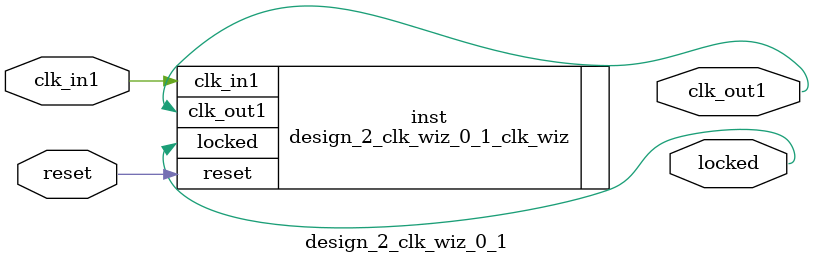
<source format=v>


`timescale 1ps/1ps

(* CORE_GENERATION_INFO = "design_2_clk_wiz_0_1,clk_wiz_v6_0_5_0_0,{component_name=design_2_clk_wiz_0_1,use_phase_alignment=true,use_min_o_jitter=false,use_max_i_jitter=false,use_dyn_phase_shift=false,use_inclk_switchover=false,use_dyn_reconfig=false,enable_axi=0,feedback_source=FDBK_AUTO,PRIMITIVE=MMCM,num_out_clk=1,clkin1_period=8.000,clkin2_period=10.000,use_power_down=false,use_reset=true,use_locked=true,use_inclk_stopped=false,feedback_type=SINGLE,CLOCK_MGR_TYPE=NA,manual_override=false}" *)

module design_2_clk_wiz_0_1 
 (
  // Clock out ports
  output        clk_out1,
  // Status and control signals
  input         reset,
  output        locked,
 // Clock in ports
  input         clk_in1
 );

  design_2_clk_wiz_0_1_clk_wiz inst
  (
  // Clock out ports  
  .clk_out1(clk_out1),
  // Status and control signals               
  .reset(reset), 
  .locked(locked),
 // Clock in ports
  .clk_in1(clk_in1)
  );

endmodule

</source>
